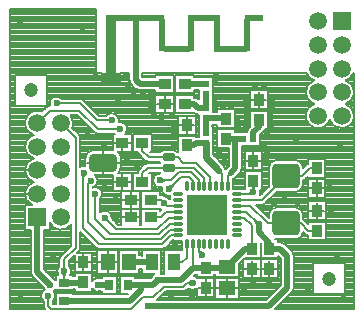
<source format=gtl>
G04*
G04 #@! TF.GenerationSoftware,Altium Limited,Altium Designer,18.1.7 (191)*
G04*
G04 Layer_Physical_Order=1*
G04 Layer_Color=255*
%FSLAX24Y24*%
%MOIN*%
G70*
G01*
G75*
%ADD11C,0.0079*%
G04:AMPARAMS|DCode=14|XSize=90.6mil|YSize=82.7mil|CornerRadius=12.4mil|HoleSize=0mil|Usage=FLASHONLY|Rotation=0.000|XOffset=0mil|YOffset=0mil|HoleType=Round|Shape=RoundedRectangle|*
%AMROUNDEDRECTD14*
21,1,0.0906,0.0579,0,0,0.0*
21,1,0.0657,0.0827,0,0,0.0*
1,1,0.0248,0.0329,-0.0289*
1,1,0.0248,-0.0329,-0.0289*
1,1,0.0248,-0.0329,0.0289*
1,1,0.0248,0.0329,0.0289*
%
%ADD14ROUNDEDRECTD14*%
G04:AMPARAMS|DCode=15|XSize=43.3mil|YSize=23.6mil|CornerRadius=5.9mil|HoleSize=0mil|Usage=FLASHONLY|Rotation=180.000|XOffset=0mil|YOffset=0mil|HoleType=Round|Shape=RoundedRectangle|*
%AMROUNDEDRECTD15*
21,1,0.0433,0.0118,0,0,180.0*
21,1,0.0315,0.0236,0,0,180.0*
1,1,0.0118,-0.0157,0.0059*
1,1,0.0118,0.0157,0.0059*
1,1,0.0118,0.0157,-0.0059*
1,1,0.0118,-0.0157,-0.0059*
%
%ADD15ROUNDEDRECTD15*%
G04:AMPARAMS|DCode=16|XSize=94.5mil|YSize=59.1mil|CornerRadius=14.8mil|HoleSize=0mil|Usage=FLASHONLY|Rotation=180.000|XOffset=0mil|YOffset=0mil|HoleType=Round|Shape=RoundedRectangle|*
%AMROUNDEDRECTD16*
21,1,0.0945,0.0295,0,0,180.0*
21,1,0.0650,0.0591,0,0,180.0*
1,1,0.0295,-0.0325,0.0148*
1,1,0.0295,0.0325,0.0148*
1,1,0.0295,0.0325,-0.0148*
1,1,0.0295,-0.0325,-0.0148*
%
%ADD16ROUNDEDRECTD16*%
%ADD17R,0.0236X0.0217*%
%ADD18O,0.0335X0.0110*%
%ADD19O,0.0110X0.0335*%
%ADD20R,0.1358X0.1358*%
%ADD21R,0.0217X0.0236*%
%ADD40C,0.0472*%
%ADD41R,0.0197X0.0197*%
%ADD42R,0.0354X0.0197*%
%ADD43R,0.0276X0.0354*%
%ADD44R,0.0571X0.0453*%
%ADD45R,0.0354X0.0394*%
%ADD46R,0.0354X0.0276*%
%ADD47R,0.0394X0.0354*%
%ADD48R,0.0453X0.0571*%
%ADD49R,0.0413X0.0551*%
%ADD50C,0.0197*%
%ADD51C,0.0236*%
%ADD52R,0.0591X0.0354*%
%ADD53R,0.0354X0.1890*%
%ADD54R,0.1969X0.0197*%
%ADD55R,0.0197X0.2008*%
%ADD56R,0.0197X0.1093*%
%ADD57R,0.0906X0.0197*%
%ADD58R,0.1063X0.0197*%
%ADD59R,0.0197X0.1132*%
%ADD60R,0.0984X0.0197*%
%ADD61R,0.0640X0.0197*%
%ADD62C,0.0591*%
%ADD63R,0.0591X0.0591*%
%ADD64C,0.0236*%
G36*
X54301Y19050D02*
X54301Y19061D01*
X54299Y19072D01*
X54297Y19082D01*
X54294Y19092D01*
X54290Y19102D01*
X54286Y19112D01*
X54280Y19121D01*
X54273Y19130D01*
X54266Y19139D01*
X54258Y19148D01*
X54423D01*
X54415Y19139D01*
X54408Y19130D01*
X54401Y19121D01*
X54396Y19112D01*
X54391Y19102D01*
X54387Y19092D01*
X54384Y19082D01*
X54382Y19072D01*
X54380Y19061D01*
X54380Y19050D01*
X54301D01*
D02*
G37*
G36*
X54931Y22361D02*
X54931Y22371D01*
X54929Y22392D01*
X54927Y22402D01*
X54921Y22424D01*
X54918Y22435D01*
X54909Y22457D01*
X54904Y22468D01*
X55060Y22413D01*
X55050Y22408D01*
X55042Y22402D01*
X55034Y22395D01*
X55028Y22388D01*
X55022Y22381D01*
X55018Y22372D01*
X55014Y22363D01*
X55012Y22353D01*
X55010Y22342D01*
X55010Y22331D01*
X54931Y22361D01*
D02*
G37*
G36*
X57587Y21642D02*
X57622Y21609D01*
X57556Y21557D01*
X57556Y21558D01*
X57556Y21559D01*
X57555Y21561D01*
X57553Y21563D01*
X57548Y21569D01*
X57531Y21586D01*
X57587Y21642D01*
D02*
G37*
G36*
X57989Y22058D02*
X57982Y22050D01*
X57975Y22042D01*
X57969Y22033D01*
X57964Y22024D01*
X57958Y22014D01*
X57954Y22004D01*
X57950Y21993D01*
X57947Y21982D01*
X57944Y21971D01*
X57941Y21959D01*
X57847Y22094D01*
X57858Y22093D01*
X57869Y22092D01*
X57880Y22092D01*
X57890Y22094D01*
X57900Y22096D01*
X57909Y22100D01*
X57919Y22104D01*
X57927Y22110D01*
X57936Y22116D01*
X57944Y22124D01*
X57989Y22058D01*
D02*
G37*
G36*
X57709Y22218D02*
X57698Y22217D01*
X57687Y22216D01*
X57677Y22214D01*
X57666Y22211D01*
X57656Y22207D01*
X57647Y22202D01*
X57637Y22196D01*
X57628Y22190D01*
X57619Y22183D01*
X57611Y22174D01*
Y22340D01*
X57619Y22331D01*
X57628Y22324D01*
X57637Y22318D01*
X57647Y22312D01*
X57656Y22307D01*
X57666Y22303D01*
X57677Y22300D01*
X57687Y22298D01*
X57698Y22297D01*
X57709Y22296D01*
Y22218D01*
D02*
G37*
G36*
X58440Y18878D02*
X58451Y18878D01*
X58462Y18880D01*
X58473Y18882D01*
X58483Y18884D01*
X58493Y18888D01*
X58502Y18892D01*
X58511Y18897D01*
X58519Y18903D01*
X58527Y18910D01*
X58534Y18918D01*
Y18759D01*
X58527Y18767D01*
X58519Y18774D01*
X58511Y18780D01*
X58502Y18785D01*
X58493Y18789D01*
X58483Y18793D01*
X58473Y18796D01*
X58462Y18798D01*
X58451Y18799D01*
X58440Y18799D01*
Y18878D01*
D02*
G37*
G36*
X58858Y19928D02*
X58865Y19921D01*
X58874Y19914D01*
X58882Y19908D01*
X58892Y19903D01*
X58901Y19898D01*
X58911Y19893D01*
X58922Y19890D01*
X58933Y19886D01*
X58945Y19884D01*
X58957Y19882D01*
X58823Y19784D01*
X58825Y19795D01*
X58825Y19806D01*
X58825Y19817D01*
X58823Y19827D01*
X58820Y19837D01*
X58817Y19847D01*
X58812Y19856D01*
X58807Y19865D01*
X58800Y19874D01*
X58793Y19882D01*
X58858Y19928D01*
D02*
G37*
G36*
X60726Y20954D02*
X60734Y20946D01*
X60742Y20940D01*
X60751Y20934D01*
X60761Y20929D01*
X60770Y20925D01*
X60781Y20921D01*
X60791Y20919D01*
X60802Y20917D01*
X60814Y20916D01*
X60826Y20915D01*
X60709Y20798D01*
X60708Y20810D01*
X60707Y20822D01*
X60705Y20833D01*
X60703Y20844D01*
X60699Y20854D01*
X60695Y20863D01*
X60690Y20873D01*
X60684Y20882D01*
X60678Y20890D01*
X60670Y20898D01*
X60726Y20954D01*
D02*
G37*
G36*
X60462Y21841D02*
X60474Y21841D01*
X60484Y21843D01*
X60494Y21845D01*
X60503Y21848D01*
X60511Y21853D01*
X60517Y21858D01*
X60523Y21865D01*
X60528Y21872D01*
X60532Y21880D01*
X60535Y21890D01*
X60613Y21748D01*
X60604Y21751D01*
X60586Y21755D01*
X60577Y21757D01*
X60546Y21761D01*
X60536Y21761D01*
X60513Y21762D01*
X60462Y21841D01*
D02*
G37*
G36*
X60689Y22042D02*
X60689Y22032D01*
X60691Y22021D01*
X60693Y22010D01*
X60696Y22000D01*
X60700Y21990D01*
X60705Y21981D01*
X60710Y21971D01*
X60717Y21962D01*
X60724Y21953D01*
X60732Y21945D01*
X60567D01*
X60575Y21953D01*
X60583Y21962D01*
X60589Y21971D01*
X60595Y21981D01*
X60599Y21990D01*
X60603Y22000D01*
X60606Y22010D01*
X60609Y22021D01*
X60610Y22032D01*
X60610Y22042D01*
X60689D01*
D02*
G37*
D11*
X64005Y25222D02*
G03*
X63719Y25591I-413J-26D01*
G01*
D02*
G03*
X63979Y25837I-126J394D01*
G01*
X62419D02*
G03*
X62679Y25591I386J148D01*
G01*
X63719Y24803D02*
G03*
X64005Y25171I-126J394D01*
G01*
Y24435D02*
G03*
X63719Y24803I-413J-26D01*
G01*
X63199Y24283D02*
G03*
X64005Y24384I394J126D01*
G01*
X62679Y25591D02*
G03*
X62679Y24803I126J-394D01*
G01*
D02*
G03*
X63199Y24283I126J-394D01*
G01*
X62461Y22803D02*
G03*
X62408Y22769I59J-146D01*
G01*
X62303Y22691D02*
G03*
X62061Y22933I-242J0D01*
G01*
X61404D02*
G03*
X61161Y22691I0J-242D01*
G01*
X60980Y23882D02*
G03*
X61028Y23957I-153J153D01*
G01*
X62461Y22803D02*
G03*
X62408Y22769I59J-146D01*
G01*
X62303Y22249D02*
G03*
X62375Y22290I-39J152D01*
G01*
X62303Y22249D02*
G03*
X62375Y22290I-39J152D01*
G01*
X60980Y23882D02*
G03*
X61028Y23957I-153J153D01*
G01*
X58819Y24962D02*
G03*
X58681Y25019I-148J-158D01*
G01*
X58819Y24962D02*
G03*
X58681Y25019I-148J-158D01*
G01*
X58660Y24508D02*
G03*
X58809Y24449I149J157D01*
G01*
X58660Y24508D02*
G03*
X58809Y24449I149J157D01*
G01*
X60497Y24012D02*
G03*
X60434Y23878I153J-153D01*
G01*
X60496Y24011D02*
G03*
X60434Y23878I153J-153D01*
G01*
X60202Y22504D02*
G03*
X60266Y22657I-153J153D01*
G01*
X60202Y22504D02*
G03*
X60266Y22657I-153J153D01*
G01*
X59714Y22619D02*
G03*
X59645Y22775I-236J-10D01*
G01*
X59748Y22663D02*
G03*
X59714Y22619I153J-153D01*
G01*
X59961Y22302D02*
G03*
X60055Y22357I-59J208D01*
G01*
X59976Y22199D02*
G03*
X59961Y22271I-173J0D01*
G01*
X57667Y23268D02*
G03*
X57520Y23189I0J-177D01*
G01*
X58130Y23189D02*
G03*
X57982Y23268I-148J-98D01*
G01*
X57520Y22520D02*
G03*
X57542Y22493I147J98D01*
G01*
X62061Y21870D02*
G03*
X62303Y22112I0J242D01*
G01*
X62369Y20460D02*
G03*
X62462Y20415I112J111D01*
G01*
X62336Y20938D02*
G03*
X62303Y20963I-111J-111D01*
G01*
X62336Y20938D02*
G03*
X62303Y20963I-112J-111D01*
G01*
Y21116D02*
G03*
X62061Y21358I-242J0D01*
G01*
X62369Y20460D02*
G03*
X62462Y20415I111J111D01*
G01*
X62061Y20295D02*
G03*
X62303Y20526I0J242D01*
G01*
X61935Y18528D02*
G03*
X61998Y18681I-153J153D01*
G01*
X61699Y20133D02*
G03*
X61545Y20197I-153J-153D01*
G01*
X61698Y20133D02*
G03*
X61545Y20197I-153J-153D01*
G01*
X61998Y19744D02*
G03*
X61934Y19898I-217J0D01*
G01*
X61998Y19744D02*
G03*
X61935Y19897I-217J0D01*
G01*
X61934Y18528D02*
G03*
X61998Y18681I-153J153D01*
G01*
X61161Y22112D02*
G03*
X61167Y22059I242J0D01*
G01*
X60935Y21447D02*
G03*
X61046Y21493I0J157D01*
G01*
X60935Y21447D02*
G03*
X61047Y21493I0J157D01*
G01*
X60273Y21959D02*
G03*
X60201Y21974I-72J-157D01*
G01*
X60886Y21860D02*
G03*
X60876Y21929I-236J0D01*
G01*
X60864Y21762D02*
G03*
X60886Y21860I-215J98D01*
G01*
X61367Y20298D02*
G03*
X61403Y20295I37J239D01*
G01*
X61404Y21358D02*
G03*
X61161Y21116I0J-242D01*
G01*
X57594Y22031D02*
G03*
X57864Y21745I230J-52D01*
G01*
X57885Y21703D02*
G03*
X57856Y21625I143J-98D01*
G01*
X57864Y21745D02*
G03*
X57885Y21703I164J56D01*
G01*
X57856Y21625D02*
G03*
X57665Y21732I-198J-129D01*
G01*
X57633Y21753D02*
G03*
X57559Y21772I-74J-139D01*
G01*
X57633Y21753D02*
G03*
X57559Y21772I-74J-139D01*
G01*
X57501Y21319D02*
G03*
X57539Y21291I156J177D01*
G01*
D02*
G03*
X57584Y21271I118J205D01*
G01*
X57965Y20262D02*
G03*
X58028Y20250I63J161D01*
G01*
X58252Y20026D02*
G03*
X58268Y19953I173J0D01*
G01*
X57608Y19970D02*
G03*
X57720Y20017I0J157D01*
G01*
X57608Y19970D02*
G03*
X57720Y20017I0J157D01*
G01*
X58798Y18996D02*
G03*
X58668Y19070I-176J-157D01*
G01*
X58474Y18654D02*
G03*
X58760Y18647I148J184D01*
G01*
X58318Y18563D02*
G03*
X58429Y18609I0J157D01*
G01*
X58318Y18563D02*
G03*
X58430Y18609I0J157D01*
G01*
X56717Y25319D02*
G03*
X56870Y25256I153J153D01*
G01*
X56516Y25610D02*
G03*
X56551Y25492I217J0D01*
G01*
X56516Y25610D02*
G03*
X56551Y25492I217J0D01*
G01*
D02*
G03*
X56579Y25457I181J118D01*
G01*
X56551Y25492D02*
G03*
X56579Y25457I181J118D01*
G01*
X56717Y25320D02*
G03*
X56870Y25256I153J153D01*
G01*
X56377Y23799D02*
G03*
X56447Y23967I-167J167D01*
G01*
D02*
G03*
X56152Y24195I-236J0D01*
G01*
D02*
G03*
X56161Y24262I-227J66D01*
G01*
D02*
G03*
X55749Y24419I-236J0D01*
G01*
X57044Y22920D02*
G03*
X57156Y22874I112J111D01*
G01*
X56794Y23209D02*
G03*
X56837Y23127I155J30D01*
G01*
X56794Y23209D02*
G03*
X56838Y23127I155J30D01*
G01*
X57542Y22493D02*
G03*
X57594Y22031I-15J-236D01*
G01*
X57044Y22920D02*
G03*
X57156Y22874I111J111D01*
G01*
X57126Y22835D02*
G03*
X57015Y22789I0J-157D01*
G01*
X57126Y22835D02*
G03*
X57014Y22788I0J-157D01*
G01*
X56838Y22612D02*
G03*
X56791Y22500I111J-112D01*
G01*
X56837Y22611D02*
G03*
X56791Y22500I111J-111D01*
G01*
X56230Y23002D02*
G03*
X56131Y23209I-266J0D01*
G01*
X56131Y22500D02*
G03*
X56230Y22707I-167J207D01*
G01*
X54974Y24934D02*
G03*
X54862Y24980I-111J-111D01*
G01*
X54974Y24934D02*
G03*
X54862Y24980I-112J-111D01*
G01*
X54261D02*
G03*
X53862Y24744I-176J-157D01*
G01*
X53858D02*
G03*
X53747Y24698I0J-157D01*
G01*
X53858Y24744D02*
G03*
X53747Y24698I0J-157D01*
G01*
X53604Y24555D02*
G03*
X53319Y23780I-159J-382D01*
G01*
X55351Y23855D02*
G03*
X55463Y23809I112J111D01*
G01*
X55351Y23855D02*
G03*
X55463Y23809I111J111D01*
G01*
X54614Y24014D02*
G03*
X54646Y24173I-382J159D01*
G01*
X54882Y23681D02*
G03*
X54836Y23792I-157J0D01*
G01*
X54882Y23681D02*
G03*
X54836Y23793I-157J0D01*
G01*
X55315Y23268D02*
G03*
X55049Y23002I0J-266D01*
G01*
X55463Y22254D02*
G03*
X55371Y22441I-236J0D01*
G01*
X55285Y22025D02*
G03*
X55463Y22254I-59J229D01*
G01*
X55049Y22753D02*
G03*
X54882Y22718I-39J-233D01*
G01*
X54646Y24173D02*
G03*
X54557Y24429I-413J0D01*
G01*
X53319Y23780D02*
G03*
X53319Y22992I126J-394D01*
G01*
D02*
G03*
X53319Y22205I126J-394D01*
G01*
X55610Y21801D02*
G03*
X55285Y22020I-236J0D01*
G01*
X55532Y21625D02*
G03*
X55610Y21801I-157J176D01*
G01*
X55925Y21014D02*
G03*
X55532Y21190I-236J0D01*
G01*
X55390Y20017D02*
G03*
X55502Y19970I112J111D01*
G01*
X55391Y20017D02*
G03*
X55502Y19970I111J111D01*
G01*
X56929Y19754D02*
G03*
X56841Y19763I-69J-226D01*
G01*
Y19292D02*
G03*
X56929Y19302I20J235D01*
G01*
X57340Y19134D02*
G03*
X57251Y19023I131J-197D01*
G01*
X55567Y18996D02*
G03*
X55276Y18910I-94J-217D01*
G01*
Y18649D02*
G03*
X55567Y18563I197J131D01*
G01*
X53858Y20848D02*
G03*
X54567Y20781I374J176D01*
G01*
X54836Y19908D02*
G03*
X54882Y20020I-111J111D01*
G01*
X54836Y19908D02*
G03*
X54882Y20020I-111J112D01*
G01*
X54229Y19747D02*
G03*
X54183Y19636I111J-112D01*
G01*
X54229Y19747D02*
G03*
X54183Y19636I111J-111D01*
G01*
X53319Y22205D02*
G03*
X53269Y21437I126J-394D01*
G01*
X54577Y19232D02*
G03*
X54498Y19408I-236J0D01*
G01*
X54539Y19104D02*
G03*
X54577Y19232I-199J128D01*
G01*
X54183Y19408D02*
G03*
X54142Y19104I157J-176D01*
G01*
X53993Y18563D02*
G03*
X54055Y18613I-115J206D01*
G01*
X54045Y18415D02*
G03*
X53993Y18563I-236J0D01*
G01*
X54055Y18926D02*
G03*
X53964Y18990I-177J-156D01*
G01*
X53967Y18239D02*
G03*
X54045Y18415I-157J176D01*
G01*
X53228Y19203D02*
G03*
X53292Y19049I217J0D01*
G01*
X53228Y19203D02*
G03*
X53292Y19050I217J0D01*
G01*
X53658Y18683D02*
G03*
X53694Y18622I220J86D01*
G01*
D02*
G03*
X53652Y18239I115J-206D01*
G01*
Y18071D02*
G03*
X53694Y17963I157J0D01*
G01*
X53652Y18071D02*
G03*
X53694Y17963I157J0D01*
G01*
X63932Y25748D02*
X64005D01*
X63975Y25827D02*
X64005D01*
Y25222D02*
Y25837D01*
X63860Y25669D02*
X64005D01*
X63975Y25354D02*
X64005D01*
X63932Y25433D02*
X64005D01*
X63932Y24961D02*
X64005D01*
X63719Y25591D02*
X64005D01*
X63860Y25512D02*
X64005D01*
X63975Y25039D02*
X64005D01*
X61122Y25197D02*
X62392D01*
X61122Y25118D02*
X62399D01*
X61122Y25039D02*
X62423D01*
X63860Y24882D02*
X64005D01*
X61122Y24961D02*
X62466D01*
X61122Y24882D02*
X62537D01*
X63860Y24724D02*
X64005D01*
X63719Y24803D02*
X64005D01*
Y24435D02*
Y25171D01*
X63975Y24567D02*
X64005D01*
X63932Y24646D02*
X64005D01*
X63932Y24173D02*
X64005D01*
X63860Y24094D02*
X64005D01*
X61122Y24488D02*
X62399D01*
X61122Y24626D02*
Y25256D01*
Y24567D02*
X62423D01*
X63975Y24252D02*
X64005D01*
X63144Y24173D02*
X63253D01*
X61122Y24252D02*
X62423D01*
X63073Y24094D02*
X63325D01*
X59291Y25591D02*
X62679D01*
X59291Y25512D02*
X62537D01*
X59291Y25433D02*
X62466D01*
X58681Y25748D02*
X62466D01*
X59291Y25669D02*
X62537D01*
X61122Y24803D02*
X62679D01*
X60532Y25256D02*
X61122D01*
Y24724D02*
X62537D01*
X59291Y25354D02*
X62423D01*
X59291Y25276D02*
X62399D01*
X59291Y25118D02*
X60532D01*
X59291Y25197D02*
X60532D01*
X60827Y24941D02*
Y25217D01*
X59291Y25039D02*
X60532D01*
X59291Y24961D02*
X60532D01*
X60571Y24941D02*
X60827D01*
X61083D01*
X59291Y24882D02*
X60532D01*
X59291Y24803D02*
X60532D01*
X61122Y24646D02*
X62466D01*
X60827Y24665D02*
Y24941D01*
X61122Y23957D02*
Y24587D01*
X60532Y24626D02*
X61122D01*
X60532Y24587D02*
X61122D01*
Y24173D02*
X62466D01*
X61122Y24094D02*
X62537D01*
X61122Y24409D02*
X62392D01*
X61122Y24331D02*
X62399D01*
X60020Y24567D02*
X60532D01*
Y24626D02*
Y25256D01*
Y24046D02*
Y24587D01*
X59291Y24724D02*
X60532D01*
X59291Y24646D02*
X60532D01*
X60020Y24173D02*
X60532D01*
X60020Y24094D02*
X60532D01*
X60020Y24488D02*
X60532D01*
X60020Y24252D02*
X60532D01*
X63718Y24016D02*
X64005D01*
X62931D02*
X63467D01*
X62461Y22972D02*
X63051D01*
X61122Y24016D02*
X62679D01*
X61020Y23937D02*
X64005D01*
X63051Y22835D02*
X64005D01*
X63051Y22913D02*
X64005D01*
X63051Y22756D02*
X64005D01*
X62157Y22913D02*
X62461D01*
Y22803D02*
Y22972D01*
X61028Y23957D02*
X61122D01*
X62294Y22756D02*
X62395D01*
X61404Y22933D02*
X62061D01*
X62256Y22835D02*
X62461D01*
X63051Y22441D02*
X64005D01*
X63051Y22520D02*
X64005D01*
X63051Y22362D02*
X64005D01*
X63051Y22677D02*
X64005D01*
X63051Y22598D02*
X64005D01*
X63051Y22205D02*
X64005D01*
X63051Y22126D02*
X64005D01*
X62461Y22343D02*
X63051D01*
Y22283D02*
X64005D01*
X63051Y22343D02*
Y22972D01*
X62461Y22343D02*
Y22376D01*
Y22303D02*
X63051D01*
X62303Y22664D02*
X62408Y22769D01*
X62375Y22290D02*
X62461Y22376D01*
X62368Y22283D02*
X62461D01*
X62303Y22205D02*
X62461D01*
X60877Y23779D02*
X64005D01*
X60956Y23858D02*
X64005D01*
X60876Y23622D02*
X64005D01*
X60876Y23543D02*
X64005D01*
X60876Y23465D02*
X64005D01*
X60945Y23150D02*
X64005D01*
X60945Y23228D02*
X64005D01*
X60945Y23071D02*
X64005D01*
X60266Y23386D02*
X64005D01*
X60266Y23307D02*
X64005D01*
X60876Y23778D02*
X60980Y23882D01*
X60876Y23701D02*
X64005D01*
X60497Y24012D02*
X60532Y24046D01*
X60876Y23406D02*
Y23778D01*
X60423Y23406D02*
X60541D01*
X60876D01*
X60423D02*
X60541D01*
X60354Y23228D02*
X60945D01*
Y22835D02*
X61209D01*
X60945Y22756D02*
X61170D01*
X60945Y22677D02*
X61161D01*
X60945Y22992D02*
X64005D01*
X60945Y22913D02*
X61308D01*
X60945Y22362D02*
X61161D01*
X60945Y22205D02*
X61161D01*
X60258Y22598D02*
X61161D01*
X60945Y22441D02*
X61161D01*
X60650Y22913D02*
X60906D01*
X60650D02*
Y23189D01*
X60945Y22598D02*
Y23228D01*
X60394Y22913D02*
X60650D01*
Y22638D02*
Y22913D01*
X60945Y22520D02*
X61161D01*
X60945Y22283D02*
X61161D01*
X60354Y22598D02*
X60945D01*
X60354Y22559D02*
X60945D01*
X59291Y25256D02*
Y25374D01*
Y25256D02*
Y25374D01*
Y24557D02*
Y24892D01*
X58819Y25709D02*
X59291D01*
Y25374D02*
Y25709D01*
X59429Y24626D02*
X60020D01*
X59429Y24547D02*
Y24626D01*
X60020Y24409D02*
X60532D01*
X59291Y24567D02*
X59429D01*
X59291Y24547D02*
X59429D01*
X58819Y24962D02*
Y25256D01*
X58681Y25689D02*
Y25768D01*
X59291Y24921D02*
Y25256D01*
X58681Y25689D02*
X58819D01*
X58681Y25256D02*
X58819D01*
X58681Y25039D02*
X58819D01*
X58720Y24409D02*
X58819D01*
X58681Y25177D02*
Y25256D01*
Y25019D02*
Y25098D01*
X60020Y24331D02*
X60532D01*
X60020Y23996D02*
Y24626D01*
X59429Y23996D02*
Y24114D01*
X59291D02*
X59429D01*
X59272Y24055D02*
Y24104D01*
X60020Y24016D02*
X60501D01*
X59291Y23720D02*
Y24055D01*
X59272Y24094D02*
X59429D01*
X59291Y24016D02*
X59429D01*
X58819Y24104D02*
Y24439D01*
X58720Y24331D02*
X58819D01*
X58720Y23780D02*
Y24409D01*
Y24252D02*
X58819D01*
X58720Y24173D02*
X58819D01*
X58839Y24055D02*
Y24104D01*
X58819Y23720D02*
Y24055D01*
X58720Y24094D02*
X58839D01*
X58720Y24016D02*
X58819D01*
X58051Y25768D02*
X58681D01*
X58012Y25748D02*
X58051D01*
X58012Y25512D02*
X58051D01*
X58012Y25433D02*
X58051D01*
X58012Y25354D02*
X58051D01*
X58681Y25197D02*
X58819D01*
X58051Y25177D02*
X58681D01*
X58051Y25098D02*
X58681D01*
X58012Y25669D02*
X58051D01*
X58012Y25177D02*
Y25768D01*
X58051Y25177D02*
Y25768D01*
X58012Y25591D02*
X58051D01*
X58012Y25276D02*
X58051D01*
X58012Y24961D02*
X58051D01*
X58012Y24882D02*
X58051D01*
X58012Y25197D02*
X58051D01*
X58012Y25039D02*
X58051D01*
X58130Y23780D02*
Y24409D01*
X58051Y24508D02*
X58660D01*
X58130Y24409D02*
X58720D01*
X58425Y24094D02*
Y24370D01*
Y23819D02*
Y24094D01*
X58169D02*
X58425D01*
X58681D01*
X58012Y24508D02*
Y25098D01*
X57697Y24803D02*
Y25059D01*
X58051Y24508D02*
Y25098D01*
X57697Y24803D02*
X57972D01*
X57697Y24547D02*
Y24803D01*
X58012Y24646D02*
X58051D01*
X58012Y24567D02*
X58051D01*
X58012Y24803D02*
X58051D01*
X58012Y24724D02*
X58051D01*
X60315Y23406D02*
X60423D01*
X60020Y23937D02*
X60448D01*
X60089Y23878D02*
X60423D01*
X60266Y22835D02*
X60354D01*
X60266Y23071D02*
X60354D01*
X60266Y22756D02*
X60354D01*
X60266Y23228D02*
X60354D01*
X60266Y23150D02*
X60354D01*
X60266Y23406D02*
X60315D01*
X60049Y23858D02*
X60089D01*
X60266Y22992D02*
X60354D01*
X60020Y23858D02*
Y23957D01*
X59833Y22747D02*
Y23327D01*
X60266Y22913D02*
X60354D01*
X59704Y22677D02*
X59763D01*
X59586Y22835D02*
X59833D01*
X59663Y22756D02*
X59833D01*
X60354Y22598D02*
Y23228D01*
X60266Y22677D02*
X60354D01*
X60216Y22520D02*
X60354D01*
X60139Y22441D02*
X60354D01*
X60060Y22362D02*
X60354D01*
X59976Y22126D02*
X60354D01*
X59961Y22283D02*
X60354D01*
X59976Y22205D02*
X60354D01*
X60266Y22657D02*
Y23406D01*
X59748Y22663D02*
X59833Y22747D01*
X60055Y22357D02*
X60202Y22504D01*
X59961Y22271D02*
Y22302D01*
X59429Y23957D02*
X60020D01*
X59429Y23996D02*
X60020D01*
X59291Y23937D02*
X59429D01*
X59291Y23858D02*
X59429D01*
X59291Y23779D02*
X59429D01*
X59291Y23465D02*
X59429D01*
X59291Y23543D02*
X59429D01*
X59291Y23386D02*
X59429D01*
X59291Y23701D02*
X59429D01*
X59291Y23622D02*
X59429D01*
X58720Y23858D02*
X58819D01*
X58720Y23937D02*
X58819D01*
X58720Y23709D02*
Y23740D01*
X58130Y23780D02*
X58720D01*
X58130Y23740D02*
X58720D01*
X59291Y23602D02*
Y23720D01*
Y23602D02*
Y23720D01*
X58746Y23711D02*
X58819D01*
X59291Y23494D02*
Y23602D01*
X59429Y23327D02*
X59833D01*
X59429D02*
Y23957D01*
X59291Y23307D02*
X59833D01*
X59291Y23228D02*
X59833D01*
X59291Y23150D02*
X59833D01*
X59429Y22992D02*
X59833D01*
X59507Y22913D02*
X59833D01*
X59350Y23071D02*
X59833D01*
X59291Y23129D02*
X59645Y22775D01*
X59291Y23268D02*
Y23494D01*
Y23268D02*
Y23494D01*
Y23129D02*
Y23268D01*
X58130Y23189D02*
Y23740D01*
X58093Y23228D02*
X58130D01*
X57667Y23268D02*
X57982D01*
X63051Y21811D02*
X64005D01*
X63051Y21890D02*
X64005D01*
X63051Y21732D02*
X64005D01*
X63051Y22047D02*
X64005D01*
X63051Y21968D02*
X64005D01*
X63052Y21260D02*
X64005D01*
X63052Y21339D02*
X64005D01*
X63052Y21181D02*
X64005D01*
X63052Y21496D02*
X64005D01*
X63052Y21417D02*
X64005D01*
X62756Y21988D02*
X63012D01*
X62756D02*
Y22264D01*
X63051Y21673D02*
Y22303D01*
X62500Y21988D02*
X62756D01*
Y21713D02*
Y21988D01*
X62757Y21240D02*
X63013D01*
X62757D02*
Y21516D01*
X62462Y21555D02*
X63052D01*
X62501Y21240D02*
X62757D01*
X63052Y21024D02*
X64005D01*
X63052Y21102D02*
X64005D01*
Y17963D02*
Y24384D01*
X63052Y20945D02*
X64005D01*
X63052Y20866D02*
X64005D01*
X63052Y20394D02*
X64005D01*
X63052Y20630D02*
X64005D01*
X63052Y20315D02*
X64005D01*
X63052Y20787D02*
X64005D01*
X63052Y20709D02*
X64005D01*
X63052Y20925D02*
Y21555D01*
X62757Y20965D02*
Y21240D01*
X63052Y20256D02*
Y20886D01*
X62462Y20925D02*
Y21555D01*
Y20886D02*
X63052D01*
Y20551D02*
X64005D01*
X63052Y20472D02*
X64005D01*
X62462Y20812D02*
Y20886D01*
Y20256D02*
Y20415D01*
X62157Y21890D02*
X62461D01*
X62256Y21968D02*
X62461D01*
Y21673D02*
X63051D01*
X61207Y21653D02*
X64005D01*
X61128Y21575D02*
X64005D01*
X62256Y21260D02*
X62462D01*
X62157Y21339D02*
X62462D01*
X62294Y21181D02*
X62462D01*
X61049Y21496D02*
X62462D01*
X60764Y21417D02*
X62462D01*
X62303Y22126D02*
X62461D01*
X62303Y22112D02*
Y22249D01*
X62461Y21673D02*
Y22303D01*
X62294Y22047D02*
X62461D01*
X61424Y21870D02*
X62061D01*
X61404Y21358D02*
X62061D01*
X61364Y21811D02*
X62461D01*
X61286Y21732D02*
X62461D01*
X62462Y20925D02*
X63052D01*
X62329Y20945D02*
X62462D01*
X62336Y20938D02*
X62462Y20812D01*
X62303Y21102D02*
X62462D01*
X62303Y21024D02*
X62462D01*
X62408Y20866D02*
X62462D01*
X62256Y20394D02*
X62462D01*
X62157Y20315D02*
X62462D01*
X62303Y20963D02*
Y21116D01*
X62303Y20526D02*
X62369Y20460D01*
X62294Y20472D02*
X62356D01*
X61476Y20295D02*
X62061D01*
X61998Y19528D02*
X64005D01*
X61998Y19606D02*
X64005D01*
X63701Y19449D02*
X64005D01*
X61974Y19842D02*
X64005D01*
X61998Y19685D02*
X64005D01*
X63701Y19134D02*
X64005D01*
X63701Y19213D02*
X64005D01*
X63701Y19055D02*
X64005D01*
X63701Y19370D02*
X64005D01*
X63701Y19291D02*
X64005D01*
X62648Y19498D02*
X63701Y19498D01*
X62462Y20256D02*
X63052D01*
X61998Y19370D02*
X62648D01*
X61997Y19764D02*
X64005D01*
X61998Y19449D02*
X62648D01*
X61998Y19134D02*
X62648D01*
X61998Y19055D02*
X62648D01*
X61998Y19291D02*
X62648D01*
X61998Y19213D02*
X62648D01*
X63701Y18819D02*
X64005D01*
X63701Y18898D02*
X64005D01*
X63701Y18740D02*
X64005D01*
X63701Y18976D02*
X64005D01*
X63701Y19498D02*
X63701Y18455D01*
Y18661D02*
X64005D01*
X63701Y18583D02*
X64005D01*
X63701Y18504D02*
X64005D01*
X62648Y18455D02*
X63701Y18455D01*
X61998Y18976D02*
X62648D01*
X61998Y18681D02*
Y19744D01*
X62648Y19498D02*
X62648Y18455D01*
X61998Y18898D02*
X62648D01*
X61998Y18819D02*
X62648D01*
X61998Y18740D02*
X62648D01*
X61997Y18661D02*
X62648D01*
X61974Y18583D02*
X62648D01*
X61670Y20157D02*
X64005D01*
X61699Y20133D02*
X61934Y19898D01*
X61476Y20236D02*
X64005D01*
X61911Y19921D02*
X64005D01*
X61753Y20079D02*
X64005D01*
X61832Y20000D02*
X64005D01*
X61476Y19606D02*
X61565D01*
X61476Y19685D02*
X61534D01*
X61476Y19528D02*
X61565D01*
X61476Y20197D02*
X61545D01*
X61476Y19743D02*
X61565Y19654D01*
X61476Y19291D02*
X61565D01*
X61476Y19213D02*
X61565D01*
X61476Y19449D02*
X61565D01*
X61476Y19370D02*
X61565D01*
X61911Y18504D02*
X62648D01*
X61832Y18425D02*
X64005D01*
X61753Y18346D02*
X64005D01*
X61674Y18268D02*
X64005D01*
X61596Y18189D02*
X64005D01*
X61517Y18110D02*
X64005D01*
X61438Y18031D02*
X64005D01*
X61370Y17963D02*
X64005D01*
X61476Y19055D02*
X61565D01*
X61476Y19134D02*
X61565D01*
Y18771D02*
Y19654D01*
X60167Y18976D02*
X61565D01*
X60167Y18898D02*
X61565D01*
X61072Y18278D02*
X61565Y18771D01*
X61370Y17963D02*
X61934Y18528D01*
X60167Y18819D02*
X61565D01*
X60167Y18740D02*
X61534D01*
X61161Y22112D02*
Y22691D01*
X60945Y22047D02*
X61155D01*
X60945Y22126D02*
X61161D01*
X60870Y21762D02*
X61167Y22059D01*
X61047Y21493D02*
X61424Y21870D01*
X60945Y21968D02*
X61076D01*
X60884Y21890D02*
X60998D01*
X60354Y21959D02*
Y22559D01*
X60273Y21959D02*
X60354D01*
X60945Y21929D02*
Y22559D01*
X60246Y21968D02*
X60354D01*
X60876Y21929D02*
X60945D01*
X60881Y21811D02*
X60919D01*
X61369Y20295D02*
X61403D01*
X61476D01*
X60843Y21339D02*
X61308D01*
X61476Y20197D02*
Y20295D01*
Y19665D02*
Y19743D01*
X61404Y20295D02*
X61476D01*
X60886Y19665D02*
X61476D01*
X60922Y21260D02*
X61209D01*
X61000Y21181D02*
X61170D01*
X61161Y21020D02*
Y21116D01*
X60735Y21447D02*
X60935D01*
X60735D02*
X61161Y21020D01*
X61079Y21102D02*
X61161D01*
X60886Y19665D02*
Y20176D01*
X60886Y19665D02*
Y20176D01*
X60365Y19665D02*
X60886D01*
X59976Y22047D02*
X60354D01*
X59976Y21974D02*
X60201D01*
X59976D02*
Y22199D01*
X57539Y21811D02*
X57658D01*
X58028Y20250D02*
X58252D01*
X57665Y21732D02*
X57869D01*
X57539Y21772D02*
Y21909D01*
Y21890D02*
X57606D01*
X57539Y21260D02*
X57573D01*
X57539Y21227D02*
X57584Y21271D01*
X57539Y21227D02*
Y21291D01*
X57939Y20236D02*
X58252D01*
Y20026D02*
Y20250D01*
X57860Y20157D02*
X58252D01*
X57782Y20079D02*
X58252D01*
X58268Y19921D02*
Y19953D01*
X57700Y20000D02*
X58254D01*
X57677Y19921D02*
X58268D01*
X57720Y20017D02*
X57965Y20262D01*
X57677Y19154D02*
Y19921D01*
X57579Y19154D02*
Y19921D01*
Y19764D02*
X57677D01*
X57579Y19685D02*
X57677D01*
X57579Y19921D02*
X57677D01*
X57579Y19842D02*
X57677D01*
X60886Y19626D02*
X61476D01*
X61181Y19311D02*
Y19587D01*
X60591Y19311D02*
Y19587D01*
X60326Y19626D02*
X60886D01*
X60326D02*
X60365Y19665D01*
X61181Y19311D02*
X61437D01*
X60925D02*
X61181D01*
Y19035D02*
Y19311D01*
X60335Y19311D02*
X60591D01*
X60846D01*
X60295Y19595D02*
X60326Y19626D01*
X60227Y19528D02*
X60295D01*
X60167Y19370D02*
X60295D01*
X60167Y19467D02*
X60295Y19595D01*
X60167Y19449D02*
X60295D01*
X60167Y19134D02*
X60295D01*
X60167Y19055D02*
X60295D01*
X60167Y19291D02*
X60295D01*
X60167Y19213D02*
X60295D01*
X60886Y18996D02*
X61476D01*
X60886D02*
Y19626D01*
X61476Y18996D02*
Y19626D01*
X60295Y18996D02*
X60886D01*
X60167Y18661D02*
X61456D01*
X60167Y18425D02*
X61219D01*
X60167Y18346D02*
X61141D01*
X60167Y18583D02*
X61377D01*
X60167Y18504D02*
X61298D01*
X60886Y18996D02*
Y19626D01*
X60591Y19035D02*
Y19311D01*
X60295Y18996D02*
Y19595D01*
X60167Y19026D02*
Y19467D01*
Y18317D02*
Y19006D01*
X59764Y18661D02*
X60128D01*
X59764D02*
Y18967D01*
X59400Y18661D02*
X59764D01*
Y18356D02*
Y18661D01*
X59350Y19035D02*
Y19134D01*
X58760Y19035D02*
X59350D01*
X59360Y19026D02*
Y19134D01*
X58717Y19055D02*
X58760D01*
X59360Y19006D02*
X60167D01*
X59360Y19026D02*
X60167D01*
X59055Y18681D02*
Y18957D01*
X58798Y18996D02*
X59350D01*
X58799Y18681D02*
X59055D01*
X57579Y19370D02*
X57677D01*
X57579Y19449D02*
X57677D01*
X57579Y19291D02*
X57677D01*
X57579Y19606D02*
X57677D01*
X57579Y19528D02*
X57677D01*
X58668Y19070D02*
X58731Y19134D01*
X58760Y19035D02*
Y19134D01*
X57579Y19213D02*
X57677D01*
X57579Y19154D02*
X57677D01*
X59350Y18366D02*
Y18996D01*
X59055Y18406D02*
Y18681D01*
X59360Y18317D02*
Y19006D01*
X59055Y18681D02*
X59311D01*
X58394Y18583D02*
X58760D01*
Y18366D02*
X59350D01*
X59360Y18317D02*
X60167D01*
X57506Y18346D02*
X59360D01*
X57437Y18278D02*
X61072D01*
X58430Y18609D02*
X58474Y18654D01*
X58760Y18366D02*
Y18647D01*
X57723Y18563D02*
X58318D01*
X57664Y18504D02*
X58760D01*
X57585Y18425D02*
X58760D01*
X57437Y18278D02*
X57723Y18563D01*
X56949Y25827D02*
X62423D01*
X57382Y25768D02*
X58012D01*
X57382Y25689D02*
Y25768D01*
X56949Y25837D02*
X62419D01*
X56949Y25709D02*
Y25837D01*
X56960Y25689D02*
X57382D01*
X56949Y25748D02*
X57382D01*
X56870Y25256D02*
X57382D01*
X56579Y25457D02*
X56717Y25320D01*
X56516Y25610D02*
Y25709D01*
Y25837D01*
Y25610D02*
Y25709D01*
Y25492D02*
X56551D01*
X56516D02*
Y25610D01*
X57382Y25098D02*
X58012D01*
X57382Y25177D02*
X58012D01*
X57421Y24803D02*
X57697D01*
X57382Y24508D02*
X58012D01*
X56409Y24094D02*
X58130D01*
X57264Y23779D02*
X58819D01*
X56445Y23937D02*
X58130D01*
X57264Y23701D02*
X58130D01*
X56442Y24016D02*
X58130D01*
X56421Y23858D02*
X58130D01*
X57382Y24508D02*
Y25098D01*
Y25177D02*
Y25256D01*
X57264Y23209D02*
Y23799D01*
X56634D02*
X57264D01*
X56594Y23209D02*
Y23799D01*
X56634Y23209D02*
Y23799D01*
X56594Y23779D02*
X56634D01*
X56594Y23701D02*
X56634D01*
X53770Y25197D02*
X57382D01*
X53770Y25276D02*
X56780D01*
X53770Y25118D02*
X58819D01*
X53770Y25433D02*
X56603D01*
X53770Y25354D02*
X56682D01*
X55105Y24803D02*
X57382D01*
X55026Y24882D02*
X57382D01*
X55183Y24724D02*
X57382D01*
X54179Y25039D02*
X57382D01*
X54939Y24961D02*
X57382D01*
X56201Y25827D02*
X56516D01*
X56201Y25837D02*
X56516D01*
X56201Y25482D02*
Y25837D01*
Y25748D02*
X56516D01*
X55906Y25699D02*
X56161D01*
X56201Y25669D02*
X56516D01*
X56201Y25591D02*
X56516D01*
X56201Y25512D02*
X56516D01*
X55610Y25482D02*
X56201D01*
X55993Y24488D02*
X58685D01*
X56110Y24409D02*
X58130D01*
X56151Y24331D02*
X58130D01*
X55262Y24646D02*
X57382D01*
X55341Y24567D02*
X57382D01*
X56377Y23799D02*
X56594D01*
X56161Y24252D02*
X58130D01*
X56325Y24173D02*
X58130D01*
X55965Y23799D02*
X56044D01*
X55463Y23809D02*
X56035D01*
X54882Y23622D02*
X55965D01*
Y23268D02*
Y23799D01*
X54847Y23779D02*
X55965D01*
X54881Y23701D02*
X55965D01*
X57264Y23386D02*
X58130D01*
X57264Y23465D02*
X58130D01*
X57264Y23307D02*
X58130D01*
X57264Y23622D02*
X58130D01*
X57264Y23543D02*
X58130D01*
X57264Y23228D02*
X57556D01*
X57201Y23209D02*
X57264D01*
X57221Y23189D02*
X57520D01*
X56838Y23127D02*
X57044Y22920D01*
X56594Y23386D02*
X56634D01*
X56594Y23465D02*
X56634D01*
X56594Y23307D02*
X56634D01*
X56594Y23622D02*
X56634D01*
X56594Y23543D02*
X56634D01*
X56594Y23228D02*
X56634D01*
Y23209D02*
X56794D01*
X57191Y22520D02*
X57520D01*
X57191Y22520D02*
X57520D01*
X57156Y22874D02*
X57520D01*
X57126Y22835D02*
X57520D01*
X57264Y22126D02*
X57330D01*
X57264Y22047D02*
X57418D01*
X57264Y22441D02*
X57378D01*
X57264Y22362D02*
X57315D01*
X56838Y22612D02*
X57014Y22788D01*
X57172Y22500D02*
X57264D01*
Y22205D02*
X57296D01*
X56634Y22500D02*
X56791D01*
X56221Y23071D02*
X56893D01*
X56280Y23504D02*
X56555D01*
X56230Y22992D02*
X56972D01*
X56131Y23209D02*
X56594D01*
X56185Y23150D02*
X56819D01*
X56230Y22835D02*
X57122D01*
X56230Y22913D02*
X57051D01*
X56230Y22756D02*
X56982D01*
X56228Y22677D02*
X56903D01*
X56207Y22598D02*
X56826D01*
X56004Y23504D02*
X56280D01*
X54882Y23543D02*
X55965D01*
X56280Y23248D02*
Y23504D01*
X54882Y23465D02*
X55965D01*
X54882Y23386D02*
X55965D01*
X56230Y22707D02*
Y23002D01*
X54882Y23307D02*
X55965D01*
X55640Y22854D02*
X56191D01*
X56594Y22362D02*
X56634D01*
X56594Y22441D02*
X56634D01*
X56594Y22283D02*
X56634D01*
X56153Y22520D02*
X56793D01*
X56131Y22500D02*
X56594D01*
Y22047D02*
X56634D01*
X56594Y21968D02*
X56634D01*
X56594Y22205D02*
X56634D01*
X56594Y22126D02*
X56634D01*
X55461Y22283D02*
X55965D01*
X56280Y22205D02*
Y22461D01*
X55371Y22441D02*
X55965D01*
X55436Y22362D02*
X55965D01*
X56004Y22205D02*
X56280D01*
X56555D01*
X55425Y22126D02*
X55965D01*
X55341Y22047D02*
X55965D01*
X53770Y25748D02*
X55610D01*
X55394Y25837D02*
X55610D01*
Y25482D02*
Y25837D01*
X52530Y26772D02*
X55394D01*
X52530Y26693D02*
X55394D01*
X55650Y25699D02*
X55906D01*
X53770Y25669D02*
X55610D01*
X55906Y25522D02*
Y25699D01*
X53770Y25591D02*
X55610D01*
X53770Y25512D02*
X55610D01*
X52530Y26929D02*
X55394D01*
X52530Y27008D02*
X55394D01*
Y25837D02*
Y27982D01*
X52530Y26850D02*
X55394D01*
X52530Y26614D02*
X55394D01*
X52530Y26378D02*
X55394D01*
X52717Y25778D02*
X53770Y25778D01*
X52530Y26535D02*
X55394D01*
X52530Y26457D02*
X55394D01*
X54261Y24980D02*
X54862D01*
X53770Y25039D02*
X53990D01*
X55420Y24488D02*
X55858D01*
X54974Y24934D02*
X55488Y24419D01*
X53770Y24961D02*
X53893D01*
X53770Y24882D02*
X53856D01*
X53770Y24803D02*
X53849D01*
X53770Y25778D02*
X53770Y24734D01*
X52717Y25778D02*
X52717Y24734D01*
X53571Y24567D02*
X53616D01*
X53604Y24555D02*
X53747Y24698D01*
X52717Y24734D02*
X53770Y24734D01*
X52530Y27087D02*
X55394D01*
X52530Y27165D02*
X55394D01*
X52530Y26299D02*
X55394D01*
X52530Y27323D02*
X55394D01*
X52530Y27244D02*
X55394D01*
X52530Y25984D02*
X55394D01*
X52530Y26063D02*
X55394D01*
X52530Y25905D02*
X55394D01*
X52530Y26220D02*
X55394D01*
X52530Y26142D02*
X55394D01*
X52530Y27795D02*
X55394D01*
X52530Y27874D02*
X55394D01*
X52530Y27716D02*
X55394D01*
X52530Y27982D02*
X55394D01*
X52530Y27953D02*
X55394D01*
X52530Y27480D02*
X55394D01*
X52530Y27402D02*
X55394D01*
X52530Y27638D02*
X55394D01*
X52530Y27559D02*
X55394D01*
X52530Y25039D02*
X52717D01*
X52530Y25118D02*
X52717D01*
X52530Y24803D02*
X52717D01*
X52530Y25827D02*
X55610D01*
X52530Y25197D02*
X52717D01*
X52530Y24567D02*
X53319D01*
X52530Y24488D02*
X53177D01*
X52530Y24724D02*
X53782D01*
X52530Y24646D02*
X53695D01*
X52530Y25512D02*
X52717D01*
X52530Y25591D02*
X52717D01*
X52530Y25433D02*
X52717D01*
X52530Y25748D02*
X52717D01*
X52530Y25669D02*
X52717D01*
X52530Y24961D02*
X52717D01*
X52530Y24882D02*
X52717D01*
X52530Y25354D02*
X52717D01*
X52530Y25276D02*
X52717D01*
X55488Y24419D02*
X55749D01*
X54691Y23937D02*
X55269D01*
X54777Y24429D02*
X55351Y23855D01*
X54638Y24094D02*
X55112D01*
X54614Y24016D02*
X55191D01*
X55315Y23268D02*
X55964D01*
X54770Y23858D02*
X55348D01*
X54882Y23228D02*
X55175D01*
X54638Y24252D02*
X54955D01*
X54615Y24331D02*
X54876D01*
X54646Y24173D02*
X55033D01*
X54572Y24409D02*
X54797D01*
X54882Y23150D02*
X55094D01*
X54614Y24014D02*
X54836Y23793D01*
X55640Y22480D02*
Y22854D01*
Y23228D01*
X55371Y22441D02*
X55964D01*
X55088Y22854D02*
X55640D01*
X55457Y22205D02*
X55965D01*
X55541Y21968D02*
X55965D01*
X54882Y23071D02*
X55058D01*
X55049Y22753D02*
Y23002D01*
X54882Y22718D02*
Y23681D01*
Y22992D02*
X55049D01*
X54882Y22913D02*
X55049D01*
X54882Y22756D02*
X55005D01*
X55014D02*
X55049D01*
X54882Y22835D02*
X55049D01*
X54557Y24429D02*
X54777D01*
X52530Y24409D02*
X53106D01*
X52530Y24016D02*
X53063D01*
X52530Y23937D02*
X53106D01*
X52530Y23701D02*
X53177D01*
X52530Y23622D02*
X53106D01*
X52530Y23150D02*
X53106D01*
X52530Y23858D02*
X53177D01*
X52530Y23779D02*
X53319D01*
X52530Y24094D02*
X53039D01*
X52530Y24173D02*
X53032D01*
X52530Y23543D02*
X53063D01*
X52530Y24331D02*
X53063D01*
X52530Y24252D02*
X53039D01*
X52530Y23307D02*
X53039D01*
X52530Y23228D02*
X53063D01*
X52530Y23465D02*
X53039D01*
X52530Y23386D02*
X53032D01*
X52530Y22913D02*
X53177D01*
X52530Y23071D02*
X53177D01*
X52530Y22992D02*
X53319D01*
X53071Y22598D02*
X53445D01*
X52530Y22283D02*
X53177D01*
X52530Y22205D02*
X53319D01*
X52530Y22126D02*
X53177D01*
X52530Y22677D02*
X53039D01*
X52530Y22598D02*
X53032D01*
X52530Y22520D02*
X53039D01*
X52530Y22835D02*
X53106D01*
X52530Y22756D02*
X53063D01*
X52530Y22047D02*
X53106D01*
X52530Y21968D02*
X53063D01*
X52530Y22441D02*
X53063D01*
X52530Y22362D02*
X53106D01*
X57264Y21968D02*
X57589D01*
X57264Y21909D02*
X57539D01*
X57264D02*
Y22500D01*
X56909Y21909D02*
X57264D01*
X56909Y21909D02*
X57264D01*
X56870Y21575D02*
X56909D01*
X56870Y21653D02*
X56909D01*
X56870Y21496D02*
X56909D01*
X56870Y21909D02*
X56909D01*
X56870Y21890D02*
X56909D01*
X56634Y21909D02*
X56870D01*
X56634D02*
Y22500D01*
Y21909D02*
X56870D01*
X56594Y21909D02*
X56634D01*
X56594D02*
Y22500D01*
X56870Y21811D02*
X56909D01*
X56870Y21732D02*
X56909D01*
X56555Y21614D02*
X56831D01*
X56555D02*
Y21870D01*
X56909Y21319D02*
X57501D01*
X56909Y21319D02*
X57501D01*
X56909Y20787D02*
Y21319D01*
X56870Y21260D02*
X56909D01*
X56870Y21181D02*
X56909D01*
X56870Y20866D02*
X56909D01*
X56870Y20945D02*
X56909D01*
X56870Y20787D02*
X56909D01*
X56870Y21102D02*
X56909D01*
X56870Y21024D02*
X56909D01*
X56870Y21339D02*
X56909D01*
X56870Y21319D02*
Y21909D01*
X56909Y21319D02*
Y21909D01*
X56870Y21417D02*
X56909D01*
X56555Y21358D02*
Y21614D01*
X56555Y21024D02*
Y21280D01*
X56870Y20787D02*
Y21319D01*
X56280Y21024D02*
X56555D01*
X56831D01*
X56240Y21909D02*
X56594D01*
X56280Y21949D02*
Y22205D01*
X56240Y21909D02*
X56594D01*
X55965D02*
X56240D01*
X55593Y21890D02*
X56240D01*
X56240Y21319D02*
X56870D01*
X56280Y21614D02*
X56555D01*
X56240Y21319D02*
X56870D01*
X55610Y21811D02*
X56240D01*
X55600Y21732D02*
X56240D01*
X55558Y21653D02*
X56240D01*
X55965Y21909D02*
Y22441D01*
X56240Y21319D02*
Y21909D01*
X55532Y21417D02*
X56240D01*
X55532Y21339D02*
X56240D01*
X55532Y21575D02*
X56240D01*
X55532Y21496D02*
X56240D01*
X55925Y21024D02*
X56240D01*
X55908Y21102D02*
X56240D01*
Y20787D02*
Y21319D01*
X55532Y21260D02*
X56240D01*
X55856Y21181D02*
X56240D01*
X56059Y20866D02*
X56240D01*
X56138Y20787D02*
X56240D01*
X55981Y20945D02*
X56240D01*
X55502Y19970D02*
X57608D01*
X55532Y21190D02*
Y21625D01*
X55925Y21001D02*
X56138Y20787D01*
X54882Y20157D02*
X55250D01*
X54882Y20525D02*
X55390Y20017D01*
X54882Y20079D02*
X55329D01*
X54881Y20000D02*
X55410D01*
X56929Y19921D02*
X57579D01*
X56841Y19921D02*
X56929D01*
Y19754D02*
Y19921D01*
X56841Y19842D02*
X56929D01*
X56865Y19764D02*
X56929D01*
Y19134D02*
X57340D01*
X56841Y19291D02*
X56929D01*
X56841Y19134D02*
X57340D01*
X56841Y19763D02*
Y19931D01*
X56152D02*
X56841D01*
X56929Y19134D02*
Y19302D01*
X56132Y19124D02*
Y19931D01*
X56152Y19124D02*
Y19931D01*
X56841Y19213D02*
X56929D01*
X56841Y19124D02*
Y19292D01*
X56152Y19124D02*
X56841D01*
X56201Y19075D02*
X56713D01*
X57223Y18996D02*
X57251Y19023D01*
X56909Y18996D02*
X57223D01*
X56713Y19055D02*
X57266D01*
X56713Y18996D02*
Y19075D01*
Y18996D02*
X56909D01*
X56446Y18455D02*
X56475Y18484D01*
X56103Y18976D02*
X56201D01*
Y18484D02*
X56475D01*
X56103Y19055D02*
X56201D01*
X56103Y18484D02*
Y19075D01*
X56201Y18484D02*
Y19075D01*
X56103Y18898D02*
X56201D01*
X56103Y18819D02*
X56201D01*
X56103Y18583D02*
X56201D01*
X56103Y18504D02*
X56201D01*
X56103Y18740D02*
X56201D01*
X56103Y18661D02*
X56201D01*
X55443Y19931D02*
X56132D01*
X55276Y19764D02*
X55443D01*
X55787Y19528D02*
Y19892D01*
X54847Y19921D02*
X55443D01*
X55276Y19842D02*
X55443D01*
X55482Y19528D02*
X55787D01*
X55276Y19685D02*
X55443D01*
X55787Y19528D02*
X56093D01*
X55276Y19606D02*
X55443D01*
X54576Y19213D02*
X55443D01*
X55276Y19449D02*
X55443D01*
X55276Y19528D02*
X55443D01*
X55276Y19213D02*
Y19843D01*
X54770D02*
X55276D01*
X54980Y19528D02*
X55236D01*
X55276Y19370D02*
X55443D01*
X55276Y19291D02*
X55443D01*
X54685Y19213D02*
X55276D01*
X54685Y19173D02*
X55276D01*
X55591Y19075D02*
X56103D01*
X55787Y19163D02*
Y19528D01*
X55591Y18996D02*
Y19075D01*
X55443Y19124D02*
X56132D01*
X55276Y19055D02*
X55591D01*
Y18484D02*
X56103D01*
X55591D02*
Y18563D01*
X54028Y18504D02*
X55591D01*
X54646Y18455D02*
X56446D01*
X55443Y19124D02*
Y19931D01*
X55276Y19134D02*
X55443D01*
X55276Y18910D02*
Y19173D01*
Y18976D02*
X55342D01*
X55276Y18543D02*
Y18649D01*
Y18583D02*
X55342D01*
X54685Y18543D02*
X55276D01*
X54358Y20630D02*
X54567D01*
X54500Y20709D02*
X54567D01*
X54882Y20472D02*
X54935D01*
X53661Y20551D02*
X54567D01*
X54882Y20315D02*
X55092D01*
X54882Y20394D02*
X55014D01*
X54882Y20236D02*
X55171D01*
X53661Y20472D02*
X54567D01*
X53661Y20157D02*
X54567D01*
X53858Y20787D02*
X53893D01*
X53858Y20610D02*
Y20848D01*
X54567Y20085D02*
Y20781D01*
X53858Y20709D02*
X53965D01*
X53858Y20630D02*
X54106D01*
X53661Y20315D02*
X54567D01*
X53661Y20236D02*
X54567D01*
X53661Y20610D02*
X53858D01*
X53661Y20394D02*
X54567D01*
X54882Y20020D02*
Y20525D01*
X54770Y19843D02*
X54836Y19908D01*
X54229Y19747D02*
X54567Y20085D01*
X54980Y19528D02*
Y19803D01*
X54685Y19213D02*
Y19758D01*
X54612Y19685D02*
X54685D01*
X54498Y19571D02*
X54685Y19758D01*
X53661Y20000D02*
X54482D01*
X53661Y19842D02*
X54324D01*
X53661Y19764D02*
X54246D01*
X53661Y20079D02*
X54561D01*
X53661Y19292D02*
Y20610D01*
Y19685D02*
X54191D01*
X54183Y19408D02*
Y19636D01*
X53071Y21811D02*
X53445D01*
X52530Y21890D02*
X53039D01*
X52530Y21811D02*
X53032D01*
X52530Y21732D02*
X53039D01*
X52530Y21575D02*
X53106D01*
X52530Y21653D02*
X53063D01*
X53032Y21437D02*
X53269D01*
X52530Y21496D02*
X53177D01*
X52530Y21417D02*
X53032D01*
X52530Y21102D02*
X53032D01*
X52530Y21181D02*
X53032D01*
X52530Y21024D02*
X53032D01*
X52530Y21339D02*
X53032D01*
X52530Y21260D02*
X53032D01*
X52530Y20787D02*
X53032D01*
X52530Y20709D02*
X53032D01*
X52530Y20945D02*
X53032D01*
X52530Y20866D02*
X53032D01*
X52530Y20551D02*
X53228D01*
X53032Y20610D02*
X53228D01*
X52530Y20472D02*
X53228D01*
X52530Y20394D02*
X53228D01*
X52530Y20315D02*
X53228D01*
X52530Y20079D02*
X53228D01*
X53661Y19921D02*
X54403D01*
X52530Y20236D02*
X53228D01*
X52530Y20157D02*
X53228D01*
Y19203D02*
Y20610D01*
X53032D02*
Y21437D01*
X52530Y17963D02*
Y27982D01*
Y20630D02*
X53032D01*
X52530Y20000D02*
X53228D01*
X52530Y19764D02*
X53228D01*
X52530Y19685D02*
X53228D01*
X52530Y19921D02*
X53228D01*
X52530Y19842D02*
X53228D01*
X54724Y19528D02*
X54980D01*
X54534Y19606D02*
X54685D01*
X54980Y19252D02*
Y19528D01*
X54498Y19528D02*
X54685D01*
X54498Y19449D02*
X54685D01*
X54646Y19065D02*
X54685D01*
X54569Y19291D02*
X54685D01*
Y19065D02*
Y19173D01*
X54532Y19370D02*
X54685D01*
X54555Y19134D02*
X54685D01*
X54498Y19408D02*
Y19571D01*
X53820Y19134D02*
X54126D01*
X54539Y19104D02*
X54646D01*
Y19065D02*
Y19104D01*
X54055D02*
X54142D01*
X53899Y19055D02*
X54055D01*
X54646Y18632D02*
X54685D01*
X54646Y18593D02*
Y18632D01*
X54685Y18543D02*
Y18632D01*
X53992Y18976D02*
X54055D01*
Y18926D02*
Y19104D01*
Y18593D02*
X54646D01*
Y18455D02*
Y18494D01*
X54022Y18583D02*
X54685D01*
X54055Y18494D02*
X54646D01*
X54055Y18121D02*
Y18494D01*
X53993Y18268D02*
X54055D01*
X53982Y18121D02*
X54055D01*
X53967Y18189D02*
X54055D01*
X53967Y18136D02*
Y18239D01*
X53661Y19449D02*
X54183D01*
X53661Y19370D02*
X54149D01*
X53661Y19292D02*
X53964Y18990D01*
X53661Y19606D02*
X54183D01*
X53661Y19528D02*
X54183D01*
X53663Y19291D02*
X54112D01*
X53741Y19213D02*
X54105D01*
X52530Y18976D02*
X53365D01*
X52530Y18898D02*
X53444D01*
X52530Y19370D02*
X53228D01*
X52530Y19449D02*
X53228D01*
X52530Y19291D02*
X53228D01*
X52530Y19606D02*
X53228D01*
X52530Y19528D02*
X53228D01*
X52530Y19213D02*
X53228D01*
X52530Y19134D02*
X53240D01*
X52530Y19055D02*
X53287D01*
X53292Y19049D02*
X53658Y18683D01*
X52530Y18661D02*
X53668D01*
X52530Y18189D02*
X53652D01*
X52530Y18031D02*
X53657D01*
X52530Y17963D02*
X53694D01*
X52530Y18583D02*
X53642D01*
X52530Y18504D02*
X53590D01*
X52530Y18425D02*
X53573D01*
X52530Y18819D02*
X53523D01*
X52530Y18740D02*
X53601D01*
X52530Y18346D02*
X53583D01*
X53652Y18071D02*
Y18239D01*
X52530Y18268D02*
X53625D01*
X52530Y18110D02*
X53652D01*
X55423Y24262D02*
X55925D01*
X54862Y24823D02*
X55423Y24262D01*
X54085Y24823D02*
X54862D01*
X53445Y24173D02*
X53858Y24587D01*
X54843D01*
X55463Y23967D01*
X53809Y18071D02*
Y18415D01*
Y18071D02*
X53917Y17963D01*
X56567D01*
X56970Y18366D01*
X54341Y19232D02*
Y19636D01*
X54724Y20020D01*
Y23681D01*
X54232Y24173D02*
X54724Y23681D01*
X54970Y20659D02*
X55502Y20128D01*
X54970Y20659D02*
Y22480D01*
X55010Y22520D01*
X55128Y22156D02*
X55226Y22254D01*
X55128Y20856D02*
Y22156D01*
Y20856D02*
X55689Y20295D01*
X58436Y18839D02*
X58622D01*
X58318Y18720D02*
X58436Y18839D01*
X57657Y18720D02*
X58318D01*
X57303Y18366D02*
X57657Y18720D01*
X56970Y18366D02*
X57303D01*
X57559Y21614D02*
X57766Y21407D01*
X54341Y18858D02*
X54350Y18848D01*
X54341Y18858D02*
Y19232D01*
X54970Y18848D02*
X54980Y18858D01*
X55463Y23967D02*
X56211D01*
X59803Y22411D02*
X59902Y22510D01*
X59803Y22087D02*
Y22411D01*
X56949Y23238D02*
Y23504D01*
Y23238D02*
X57156Y23031D01*
X57825D01*
X57126Y22677D02*
X57825D01*
X56949Y22500D02*
X57126Y22677D01*
X56949Y22205D02*
Y22500D01*
X57608Y20128D02*
X57904Y20423D01*
X55502Y20128D02*
X57608D01*
X57553Y20295D02*
X57878Y20620D01*
X55689Y20295D02*
X57553D01*
X57507Y20472D02*
X57852Y20817D01*
X55856Y20472D02*
X57507D01*
X55374Y20955D02*
X55856Y20472D01*
X57442Y20630D02*
X57826Y21014D01*
X56073Y20630D02*
X57442D01*
X55689Y21014D02*
X56073Y20630D01*
X55374Y20955D02*
Y21801D01*
X59478Y22608D02*
X59606Y22480D01*
Y22087D02*
Y22480D01*
X61732Y22402D02*
X62264D01*
X62520Y22657D01*
X62756D01*
X61732Y20827D02*
X62224D01*
X62480Y20571D01*
X62757D01*
X58002Y19528D02*
X58278D01*
X58425Y19675D01*
Y20138D01*
X60413Y21211D02*
X60827Y20797D01*
X60591Y21801D02*
X60650Y21860D01*
Y22096D01*
X60709Y22156D01*
X60089Y21801D02*
X60591D01*
X60935Y21604D02*
X61732Y22402D01*
X60089Y21604D02*
X60935D01*
X61132Y20827D02*
X61732D01*
X60551Y21407D02*
X61132Y20827D01*
X60089Y21407D02*
X60551D01*
X60089Y21211D02*
X60413D01*
X60591Y19980D02*
Y20768D01*
X60344Y21014D02*
X60591Y20768D01*
X60089Y21014D02*
X60344D01*
X58940Y19765D02*
Y19790D01*
X58819Y19911D02*
X58940Y19790D01*
X58819Y19911D02*
Y20138D01*
X58622Y19370D02*
X58642Y19350D01*
X58622Y19370D02*
Y20138D01*
X57526Y22257D02*
X57910D01*
X57825Y23031D02*
X58120D01*
X58307Y22844D01*
X58726D01*
X59213Y22358D01*
Y22087D02*
Y22358D01*
X58661Y22687D02*
X59016Y22332D01*
Y22087D02*
Y22332D01*
X57825Y22677D02*
X57834Y22687D01*
X58661D01*
X57910Y22257D02*
X58183Y22530D01*
X58562D01*
X58819Y22273D01*
Y22087D02*
Y22273D01*
X57844Y21969D02*
X58248Y22372D01*
X58497D01*
X58622Y22247D01*
Y22087D02*
Y22247D01*
X57224Y21614D02*
X57559D01*
X57766Y21407D02*
X58140D01*
X57224Y21024D02*
X57559D01*
X57746Y21211D01*
X58140D01*
X57826Y21014D02*
X58140D01*
X57852Y20817D02*
X58140D01*
X57878Y20620D02*
X58140D01*
X57904Y20423D02*
X58140D01*
D14*
X61732Y20827D02*
D03*
Y22402D02*
D03*
D15*
X57825Y23031D02*
D03*
Y22677D02*
D03*
D16*
X55640Y22854D02*
D03*
D17*
X59055Y23829D02*
D03*
Y23494D02*
D03*
Y25482D02*
D03*
Y25148D02*
D03*
Y24665D02*
D03*
Y24331D02*
D03*
D18*
X60089Y21801D02*
D03*
Y21604D02*
D03*
Y21407D02*
D03*
Y21211D02*
D03*
Y21014D02*
D03*
Y20817D02*
D03*
Y20620D02*
D03*
Y20423D02*
D03*
X58140D02*
D03*
Y20620D02*
D03*
Y20817D02*
D03*
Y21014D02*
D03*
Y21211D02*
D03*
Y21407D02*
D03*
Y21604D02*
D03*
Y21801D02*
D03*
D19*
X59803Y20138D02*
D03*
X59606D02*
D03*
X59409D02*
D03*
X59213D02*
D03*
X59016D02*
D03*
X58819D02*
D03*
X58622D02*
D03*
X58425D02*
D03*
Y22087D02*
D03*
X58622D02*
D03*
X58819D02*
D03*
X59016D02*
D03*
X59213D02*
D03*
X59409D02*
D03*
X59606D02*
D03*
X59803D02*
D03*
D20*
X59114Y21112D02*
D03*
D21*
X60315Y23642D02*
D03*
X60650D02*
D03*
D40*
X63179Y18976D02*
D03*
X53248Y25256D02*
D03*
D41*
X56732Y25709D02*
D03*
D42*
X55906Y25699D02*
D03*
D43*
X56457Y18780D02*
D03*
X55847D02*
D03*
D44*
X59764Y19370D02*
D03*
Y18661D02*
D03*
D45*
X59055Y19350D02*
D03*
Y18681D02*
D03*
X54980Y18858D02*
D03*
Y19528D02*
D03*
X61181Y19311D02*
D03*
Y19980D02*
D03*
X62757Y21240D02*
D03*
Y20571D02*
D03*
X62756Y21988D02*
D03*
Y22657D02*
D03*
X60591Y19980D02*
D03*
Y19311D02*
D03*
X60650Y22913D02*
D03*
Y22244D02*
D03*
X60827Y24272D02*
D03*
Y24941D02*
D03*
X58425Y24094D02*
D03*
Y23425D02*
D03*
X59724Y24311D02*
D03*
Y23642D02*
D03*
D46*
X54350Y18848D02*
D03*
Y18238D02*
D03*
D47*
X56555Y21024D02*
D03*
X57224D02*
D03*
X57224Y21614D02*
D03*
X56555D02*
D03*
X56280Y22205D02*
D03*
X56949D02*
D03*
X56280Y23504D02*
D03*
X56949D02*
D03*
X57697Y24803D02*
D03*
X58366D02*
D03*
X57697Y25472D02*
D03*
X58366D02*
D03*
D48*
X56496Y19528D02*
D03*
X55787D02*
D03*
D49*
X57254D02*
D03*
X58002D02*
D03*
D50*
X56536Y18238D02*
X56900Y18602D01*
X54350Y18238D02*
X56536D01*
X57313Y18780D02*
X57470Y18937D01*
X56909Y18780D02*
X57313D01*
X58228Y18937D02*
X58642Y19350D01*
X57470Y18937D02*
X58228D01*
X57126Y18061D02*
X61161D01*
X56900Y18602D02*
Y18770D01*
X56457Y18780D02*
X56909D01*
X56900Y18770D02*
X56909Y18780D01*
X53445Y19203D02*
Y21024D01*
Y19203D02*
X53878Y18770D01*
X55472Y18780D02*
X55847D01*
X54350Y18848D02*
X54970D01*
X56870Y25472D02*
X57697D01*
X56732Y25610D02*
X56870Y25472D01*
X56732Y25610D02*
Y25709D01*
X60049Y23642D02*
X60295D01*
X59724D02*
X60049D01*
Y22657D02*
Y23642D01*
X59902Y22510D02*
X60049Y22657D01*
X59724Y23642D02*
X59774Y23593D01*
X58809Y24665D02*
X59055D01*
X58671Y24803D02*
X58809Y24665D01*
X58366Y24803D02*
X58671D01*
X60827Y24035D02*
Y24272D01*
X60650Y23858D02*
X60827Y24035D01*
X60650Y23642D02*
Y23858D01*
X60295Y23642D02*
X60315Y23622D01*
X58677Y23425D02*
X58746Y23494D01*
X59055D01*
X58425Y23425D02*
X58677D01*
X59705Y24331D02*
X59724Y24311D01*
X59055Y24331D02*
X59705D01*
X59055Y23829D02*
Y24331D01*
Y24665D02*
Y25148D01*
X59045Y25472D02*
X59055Y25482D01*
X58366Y25472D02*
X59045D01*
X56860Y19528D02*
X57254D01*
X56496D02*
X56860D01*
X61181Y19980D02*
X61545D01*
X61782Y19744D01*
Y18681D02*
Y19744D01*
X61161Y18061D02*
X61782Y18681D01*
X60827Y20541D02*
Y20797D01*
Y20541D02*
X61181Y20187D01*
Y19980D02*
Y20187D01*
X60374Y19980D02*
X60591D01*
X59764Y19370D02*
X60374Y19980D01*
X59744Y19350D02*
X59764Y19370D01*
X59055Y19350D02*
X59744D01*
X58642D02*
X59055D01*
D51*
X59055Y23031D02*
Y23494D01*
Y23031D02*
X59478Y22608D01*
D52*
X55906Y25659D02*
D03*
D53*
X55906Y26693D02*
D03*
D54*
X56713Y27687D02*
D03*
D55*
X56732Y26634D02*
D03*
D56*
X57598Y27092D02*
D03*
X58583D02*
D03*
X60433D02*
D03*
D57*
X58091Y26644D02*
D03*
D58*
X59016Y27687D02*
D03*
D59*
X59449Y27111D02*
D03*
D60*
X59941Y26644D02*
D03*
D61*
X60655Y27687D02*
D03*
D62*
X62805Y24409D02*
D03*
Y25197D02*
D03*
Y25984D02*
D03*
Y26772D02*
D03*
Y27559D02*
D03*
X63593Y24409D02*
D03*
Y25197D02*
D03*
Y25984D02*
D03*
Y26772D02*
D03*
X54232Y24173D02*
D03*
Y23386D02*
D03*
Y22598D02*
D03*
Y21811D02*
D03*
Y21024D02*
D03*
X53445Y24173D02*
D03*
Y23386D02*
D03*
Y22598D02*
D03*
Y21811D02*
D03*
D63*
X63593Y27559D02*
D03*
X53445Y21024D02*
D03*
D64*
X53976Y19656D02*
D03*
X54085Y24823D02*
D03*
X53809Y18415D02*
D03*
X55010Y22520D02*
D03*
X57894Y18445D02*
D03*
X52894Y18317D02*
D03*
X54341Y19232D02*
D03*
X53878Y18770D02*
D03*
X55472Y18780D02*
D03*
X57126Y18061D02*
D03*
X56132Y24862D02*
D03*
X55138Y23907D02*
D03*
X63671Y18317D02*
D03*
X62480Y18583D02*
D03*
X63425Y19774D02*
D03*
X63524Y23356D02*
D03*
X62077Y23642D02*
D03*
X60354Y23307D02*
D03*
X54961Y27362D02*
D03*
X52854Y27549D02*
D03*
X55413Y25720D02*
D03*
X55758Y25600D02*
D03*
X56083Y25620D02*
D03*
X58041Y20079D02*
D03*
X59507Y23159D02*
D03*
X59714Y22864D02*
D03*
X60197Y22205D02*
D03*
X61102Y23189D02*
D03*
X61000Y23455D02*
D03*
X61093Y23799D02*
D03*
X61240Y24075D02*
D03*
X61250Y24370D02*
D03*
X61260Y24665D02*
D03*
Y24980D02*
D03*
X61250Y25285D02*
D03*
X60998Y25384D02*
D03*
X60689Y25394D02*
D03*
X60423Y25285D02*
D03*
X60413Y24983D02*
D03*
X60433Y24685D02*
D03*
X60434Y24370D02*
D03*
X60413Y24065D02*
D03*
X60128Y24006D02*
D03*
X60108Y24301D02*
D03*
X60118Y24557D02*
D03*
X59901Y24724D02*
D03*
X59380Y25256D02*
D03*
X59636Y24715D02*
D03*
X59380Y24744D02*
D03*
Y25000D02*
D03*
Y25502D02*
D03*
X59390Y25758D02*
D03*
X58012Y23455D02*
D03*
Y23789D02*
D03*
X58002Y24114D02*
D03*
X57933Y24391D02*
D03*
X57608Y24380D02*
D03*
X57333Y24391D02*
D03*
X57244Y24636D02*
D03*
X57254Y24911D02*
D03*
X57224Y25171D02*
D03*
X56959Y25167D02*
D03*
X56673Y25222D02*
D03*
X56476Y25423D02*
D03*
X56407Y25720D02*
D03*
X61072Y22907D02*
D03*
X63228Y21240D02*
D03*
X63209Y21988D02*
D03*
X62146Y21537D02*
D03*
X61713Y21772D02*
D03*
X61339Y21496D02*
D03*
X61181Y18799D02*
D03*
X60630Y18819D02*
D03*
X60325Y18652D02*
D03*
X58602Y18396D02*
D03*
X58622Y20650D02*
D03*
X59606D02*
D03*
Y21585D02*
D03*
X58622Y21575D02*
D03*
X59114Y21112D02*
D03*
X56083Y21033D02*
D03*
X56073Y21604D02*
D03*
X56782Y22785D02*
D03*
X56445Y22982D02*
D03*
X55685Y22175D02*
D03*
X55659Y23465D02*
D03*
X57470Y18937D02*
D03*
X57657Y21496D02*
D03*
X55925Y24262D02*
D03*
X56211Y23967D02*
D03*
X55226Y22254D02*
D03*
X55374Y21801D02*
D03*
X55689Y21014D02*
D03*
X56860Y19528D02*
D03*
X60827Y20797D02*
D03*
X60650Y21860D02*
D03*
X58622Y18839D02*
D03*
X58940Y19765D02*
D03*
X57825Y21978D02*
D03*
X57526Y22257D02*
D03*
M02*

</source>
